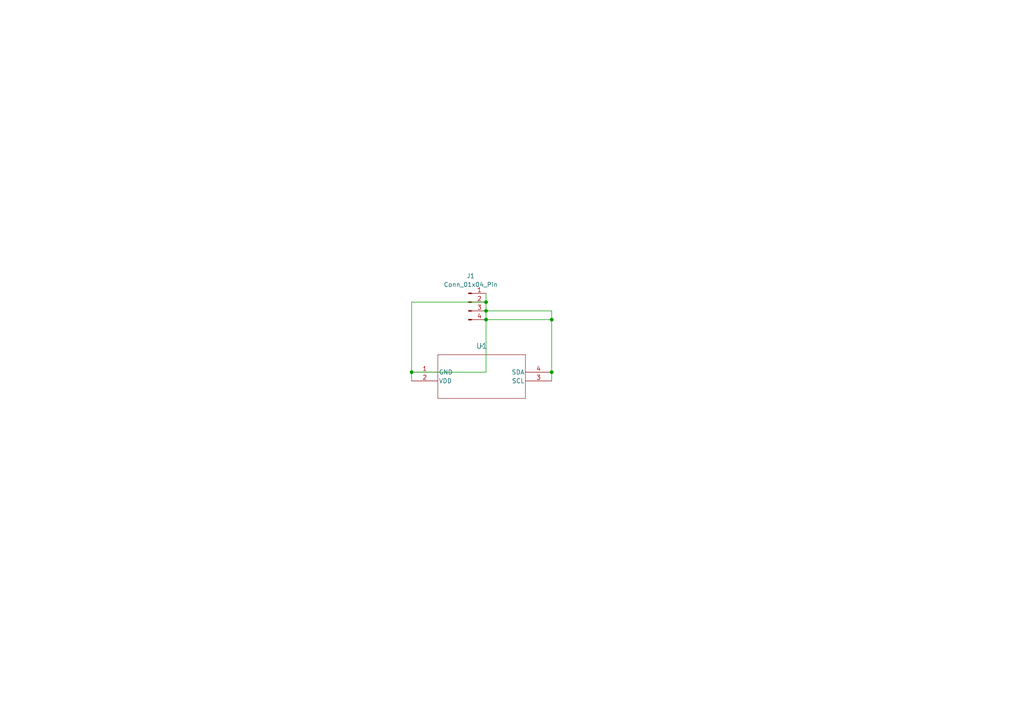
<source format=kicad_sch>
(kicad_sch (version 20230121) (generator eeschema)

  (uuid 36745fa6-eaa2-467e-b9f0-5e9a6d81871a)

  (paper "A4")

  (lib_symbols
    (symbol "Connector:Conn_01x04_Pin" (pin_names (offset 1.016) hide) (in_bom yes) (on_board yes)
      (property "Reference" "J" (at 0 5.08 0)
        (effects (font (size 1.27 1.27)))
      )
      (property "Value" "Conn_01x04_Pin" (at 0 -7.62 0)
        (effects (font (size 1.27 1.27)))
      )
      (property "Footprint" "" (at 0 0 0)
        (effects (font (size 1.27 1.27)) hide)
      )
      (property "Datasheet" "~" (at 0 0 0)
        (effects (font (size 1.27 1.27)) hide)
      )
      (property "ki_locked" "" (at 0 0 0)
        (effects (font (size 1.27 1.27)))
      )
      (property "ki_keywords" "connector" (at 0 0 0)
        (effects (font (size 1.27 1.27)) hide)
      )
      (property "ki_description" "Generic connector, single row, 01x04, script generated" (at 0 0 0)
        (effects (font (size 1.27 1.27)) hide)
      )
      (property "ki_fp_filters" "Connector*:*_1x??_*" (at 0 0 0)
        (effects (font (size 1.27 1.27)) hide)
      )
      (symbol "Conn_01x04_Pin_1_1"
        (polyline
          (pts
            (xy 1.27 -5.08)
            (xy 0.8636 -5.08)
          )
          (stroke (width 0.1524) (type default))
          (fill (type none))
        )
        (polyline
          (pts
            (xy 1.27 -2.54)
            (xy 0.8636 -2.54)
          )
          (stroke (width 0.1524) (type default))
          (fill (type none))
        )
        (polyline
          (pts
            (xy 1.27 0)
            (xy 0.8636 0)
          )
          (stroke (width 0.1524) (type default))
          (fill (type none))
        )
        (polyline
          (pts
            (xy 1.27 2.54)
            (xy 0.8636 2.54)
          )
          (stroke (width 0.1524) (type default))
          (fill (type none))
        )
        (rectangle (start 0.8636 -4.953) (end 0 -5.207)
          (stroke (width 0.1524) (type default))
          (fill (type outline))
        )
        (rectangle (start 0.8636 -2.413) (end 0 -2.667)
          (stroke (width 0.1524) (type default))
          (fill (type outline))
        )
        (rectangle (start 0.8636 0.127) (end 0 -0.127)
          (stroke (width 0.1524) (type default))
          (fill (type outline))
        )
        (rectangle (start 0.8636 2.667) (end 0 2.413)
          (stroke (width 0.1524) (type default))
          (fill (type outline))
        )
        (pin passive line (at 5.08 2.54 180) (length 3.81)
          (name "Pin_1" (effects (font (size 1.27 1.27))))
          (number "1" (effects (font (size 1.27 1.27))))
        )
        (pin passive line (at 5.08 0 180) (length 3.81)
          (name "Pin_2" (effects (font (size 1.27 1.27))))
          (number "2" (effects (font (size 1.27 1.27))))
        )
        (pin passive line (at 5.08 -2.54 180) (length 3.81)
          (name "Pin_3" (effects (font (size 1.27 1.27))))
          (number "3" (effects (font (size 1.27 1.27))))
        )
        (pin passive line (at 5.08 -5.08 180) (length 3.81)
          (name "Pin_4" (effects (font (size 1.27 1.27))))
          (number "4" (effects (font (size 1.27 1.27))))
        )
      )
    )
    (symbol "MS583730BA01-50 (NanoFloat Pressure Sensor):MS583730BA01-50" (pin_names (offset 0.254)) (in_bom yes) (on_board yes)
      (property "Reference" "U1" (at 20.32 10.16 0)
        (effects (font (size 1.524 1.524)))
      )
      (property "Value" "" (at 20.32 7.62 0)
        (effects (font (size 1.524 1.524)))
      )
      (property "Footprint" "" (at 20.32 -6.35 0)
        (effects (font (size 1.27 1.27) italic) hide)
      )
      (property "Datasheet" "MS583730BA01-50" (at 20.32 2.54 0)
        (effects (font (size 1.27 1.27) italic) hide)
      )
      (property "ki_locked" "" (at 0 0 0)
        (effects (font (size 1.27 1.27)))
      )
      (property "ki_keywords" "MS583730BA01-50" (at 0 0 0)
        (effects (font (size 1.27 1.27)) hide)
      )
      (property "ki_fp_filters" "QFN4_MS5637_TEC" (at 0 0 0)
        (effects (font (size 1.27 1.27)) hide)
      )
      (symbol "MS583730BA01-50_0_1"
        (polyline
          (pts
            (xy 7.62 -7.62)
            (xy 33.02 -7.62)
          )
          (stroke (width 0.127) (type default))
          (fill (type none))
        )
        (polyline
          (pts
            (xy 7.62 5.08)
            (xy 7.62 -7.62)
          )
          (stroke (width 0.127) (type default))
          (fill (type none))
        )
        (polyline
          (pts
            (xy 33.02 -7.62)
            (xy 33.02 5.08)
          )
          (stroke (width 0.127) (type default))
          (fill (type none))
        )
        (polyline
          (pts
            (xy 33.02 5.08)
            (xy 7.62 5.08)
          )
          (stroke (width 0.127) (type default))
          (fill (type none))
        )
        (pin power_out line (at 0 0 0) (length 7.62)
          (name "GND" (effects (font (size 1.27 1.27))))
          (number "1" (effects (font (size 1.27 1.27))))
        )
        (pin power_in line (at 0 -2.54 0) (length 7.62)
          (name "VDD" (effects (font (size 1.27 1.27))))
          (number "2" (effects (font (size 1.27 1.27))))
        )
      )
      (symbol "MS583730BA01-50_1_1"
        (pin bidirectional line (at 40.64 -2.54 180) (length 7.62)
          (name "SCL" (effects (font (size 1.27 1.27))))
          (number "3" (effects (font (size 1.27 1.27))))
        )
        (pin bidirectional line (at 40.64 0 180) (length 7.62)
          (name "SDA" (effects (font (size 1.27 1.27))))
          (number "4" (effects (font (size 1.27 1.27))))
        )
      )
    )
  )

  (junction (at 160.02 92.71) (diameter 0) (color 0 0 0 0)
    (uuid 1662ae3e-e053-4845-a2f3-5978f49d80ba)
  )
  (junction (at 140.97 90.17) (diameter 0) (color 0 0 0 0)
    (uuid 72ea21e6-2588-422b-bcea-7eab2c58ba8b)
  )
  (junction (at 140.97 87.63) (diameter 0) (color 0 0 0 0)
    (uuid 785fe8cb-0d76-473c-8429-39d1a580b1a4)
  )
  (junction (at 119.38 107.95) (diameter 0) (color 0 0 0 0)
    (uuid 7b15924b-0d32-459c-840a-a09c548874d6)
  )
  (junction (at 140.97 92.71) (diameter 0) (color 0 0 0 0)
    (uuid ad2c8063-48f4-4816-8ef1-13b82840ce66)
  )
  (junction (at 160.02 107.95) (diameter 0) (color 0 0 0 0)
    (uuid f25906e2-9bc4-4107-b161-19b6de084cf2)
  )

  (wire (pts (xy 140.97 90.17) (xy 160.02 90.17))
    (stroke (width 0) (type default))
    (uuid 009feeb5-1612-4444-b74d-a2b3715d263c)
  )
  (wire (pts (xy 140.97 107.95) (xy 119.38 107.95))
    (stroke (width 0) (type default))
    (uuid 07ceade7-8a2d-4805-b049-30cb1b621309)
  )
  (wire (pts (xy 140.97 90.17) (xy 140.97 92.71))
    (stroke (width 0) (type default))
    (uuid 0da8caf9-afea-49fb-af30-2ae5ef910cb9)
  )
  (wire (pts (xy 160.02 92.71) (xy 160.02 107.95))
    (stroke (width 0) (type default))
    (uuid 0f63f3ed-d50e-4b94-997b-9a76c7403961)
  )
  (wire (pts (xy 140.97 85.09) (xy 140.97 87.63))
    (stroke (width 0) (type default))
    (uuid 269fe6ed-4b45-4566-a287-1133aab8bc0a)
  )
  (wire (pts (xy 160.02 107.95) (xy 160.02 110.49))
    (stroke (width 0) (type default))
    (uuid 30ec3d9c-9baf-4617-a8a7-d7e3fb61533f)
  )
  (wire (pts (xy 140.97 92.71) (xy 160.02 92.71))
    (stroke (width 0) (type default))
    (uuid 4f1e3140-eb68-4a67-abcf-f8ffb5a4da81)
  )
  (wire (pts (xy 140.97 87.63) (xy 140.97 90.17))
    (stroke (width 0) (type default))
    (uuid 730cd5b9-4c1a-4dc5-a2e7-3d38e472b322)
  )
  (wire (pts (xy 119.38 87.63) (xy 119.38 107.95))
    (stroke (width 0) (type default))
    (uuid 9af894c1-b25b-4ba6-8a22-ef1f051b7fb8)
  )
  (wire (pts (xy 140.97 92.71) (xy 140.97 107.95))
    (stroke (width 0) (type default))
    (uuid bc685e0f-13dc-4077-b533-11130fe16bc0)
  )
  (wire (pts (xy 160.02 90.17) (xy 160.02 92.71))
    (stroke (width 0) (type default))
    (uuid ca805b2f-c480-4663-acd7-8a92f8c1bfbb)
  )
  (wire (pts (xy 140.97 87.63) (xy 119.38 87.63))
    (stroke (width 0) (type default))
    (uuid cf4dd899-ca93-4fa4-b005-2bed6e95ec68)
  )
  (wire (pts (xy 119.38 107.95) (xy 119.38 110.49))
    (stroke (width 0) (type default))
    (uuid ec03299e-b312-459c-846c-0a8279ab693d)
  )

  (symbol (lib_id "MS583730BA01-50 (NanoFloat Pressure Sensor):MS583730BA01-50") (at 119.38 107.95 0) (unit 1)
    (in_bom yes) (on_board yes) (dnp no) (fields_autoplaced)
    (uuid 11994baf-1ef8-4ab2-bbcc-8cf723d3b266)
    (property "Reference" "U1" (at 139.7 100.33 0)
      (effects (font (size 1.524 1.524)))
    )
    (property "Value" "~" (at 139.7 100.33 0)
      (effects (font (size 1.524 1.524)))
    )
    (property "Footprint" "NanoFloat Pressure Sensor:Pressure Sensor Footprint" (at 139.7 114.3 0)
      (effects (font (size 1.27 1.27) italic) hide)
    )
    (property "Datasheet" "MS583730BA01-50" (at 139.7 105.41 0)
      (effects (font (size 1.27 1.27) italic) hide)
    )
    (pin "1" (uuid 838e79e6-758f-434f-ba1f-e4ef16e10d0d))
    (pin "3" (uuid df548aee-0fb0-44f0-9944-c2f986868445))
    (pin "2" (uuid e35652bc-6255-41c2-ada7-17d0984d48e2))
    (pin "4" (uuid e0b2f44b-bd6f-46dc-83bb-8aa6e1b0971e))
    (instances
      (project "nanofloat-pressure-sensor-mount"
        (path "/36745fa6-eaa2-467e-b9f0-5e9a6d81871a"
          (reference "U1") (unit 1)
        )
      )
    )
  )

  (symbol (lib_id "Connector:Conn_01x04_Pin") (at 135.89 87.63 0) (unit 1)
    (in_bom yes) (on_board yes) (dnp no) (fields_autoplaced)
    (uuid 37917ef0-c1ea-4898-9123-deb516d0b94b)
    (property "Reference" "J1" (at 136.525 80.01 0)
      (effects (font (size 1.27 1.27)))
    )
    (property "Value" "Conn_01x04_Pin" (at 136.525 82.55 0)
      (effects (font (size 1.27 1.27)))
    )
    (property "Footprint" "Connector_PinHeader_1.00mm:PinHeader_1x04_P1.00mm_Vertical" (at 135.89 87.63 0)
      (effects (font (size 1.27 1.27)) hide)
    )
    (property "Datasheet" "~" (at 135.89 87.63 0)
      (effects (font (size 1.27 1.27)) hide)
    )
    (pin "4" (uuid 3666c4b1-7f12-4049-9c12-021f7a344b1e))
    (pin "3" (uuid 31940770-9fd1-4b8c-b06b-01d56539ad26))
    (pin "1" (uuid 9c78d643-04b9-4d2e-bd8a-18affba835a5))
    (pin "2" (uuid 5531cb6f-cc0c-4a24-b797-985cefbce8af))
    (instances
      (project "nanofloat-pressure-sensor-mount"
        (path "/36745fa6-eaa2-467e-b9f0-5e9a6d81871a"
          (reference "J1") (unit 1)
        )
      )
    )
  )

  (sheet_instances
    (path "/" (page "1"))
  )
)

</source>
